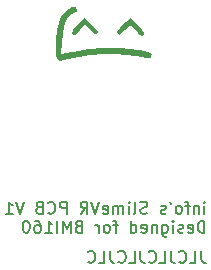
<source format=gbr>
%TF.GenerationSoftware,KiCad,Pcbnew,7.0.9*%
%TF.CreationDate,2024-01-03T14:20:43+09:00*%
%TF.ProjectId,SlimeVR_Tracker,536c696d-6556-4525-9f54-7261636b6572,rev?*%
%TF.SameCoordinates,Original*%
%TF.FileFunction,Legend,Bot*%
%TF.FilePolarity,Positive*%
%FSLAX46Y46*%
G04 Gerber Fmt 4.6, Leading zero omitted, Abs format (unit mm)*
G04 Created by KiCad (PCBNEW 7.0.9) date 2024-01-03 14:20:43*
%MOMM*%
%LPD*%
G01*
G04 APERTURE LIST*
%ADD10C,0.153000*%
%ADD11C,0.150000*%
G04 APERTURE END LIST*
D10*
X132725533Y-76974663D02*
X132725533Y-77688948D01*
X132725533Y-77688948D02*
X132773152Y-77831805D01*
X132773152Y-77831805D02*
X132868390Y-77927044D01*
X132868390Y-77927044D02*
X133011247Y-77974663D01*
X133011247Y-77974663D02*
X133106485Y-77974663D01*
X131773152Y-77974663D02*
X132249342Y-77974663D01*
X132249342Y-77974663D02*
X132249342Y-76974663D01*
X130868390Y-77879424D02*
X130916009Y-77927044D01*
X130916009Y-77927044D02*
X131058866Y-77974663D01*
X131058866Y-77974663D02*
X131154104Y-77974663D01*
X131154104Y-77974663D02*
X131296961Y-77927044D01*
X131296961Y-77927044D02*
X131392199Y-77831805D01*
X131392199Y-77831805D02*
X131439818Y-77736567D01*
X131439818Y-77736567D02*
X131487437Y-77546091D01*
X131487437Y-77546091D02*
X131487437Y-77403234D01*
X131487437Y-77403234D02*
X131439818Y-77212758D01*
X131439818Y-77212758D02*
X131392199Y-77117520D01*
X131392199Y-77117520D02*
X131296961Y-77022282D01*
X131296961Y-77022282D02*
X131154104Y-76974663D01*
X131154104Y-76974663D02*
X131058866Y-76974663D01*
X131058866Y-76974663D02*
X130916009Y-77022282D01*
X130916009Y-77022282D02*
X130868390Y-77069901D01*
X130154104Y-76974663D02*
X130154104Y-77688948D01*
X130154104Y-77688948D02*
X130201723Y-77831805D01*
X130201723Y-77831805D02*
X130296961Y-77927044D01*
X130296961Y-77927044D02*
X130439818Y-77974663D01*
X130439818Y-77974663D02*
X130535056Y-77974663D01*
X129201723Y-77974663D02*
X129677913Y-77974663D01*
X129677913Y-77974663D02*
X129677913Y-76974663D01*
X128296961Y-77879424D02*
X128344580Y-77927044D01*
X128344580Y-77927044D02*
X128487437Y-77974663D01*
X128487437Y-77974663D02*
X128582675Y-77974663D01*
X128582675Y-77974663D02*
X128725532Y-77927044D01*
X128725532Y-77927044D02*
X128820770Y-77831805D01*
X128820770Y-77831805D02*
X128868389Y-77736567D01*
X128868389Y-77736567D02*
X128916008Y-77546091D01*
X128916008Y-77546091D02*
X128916008Y-77403234D01*
X128916008Y-77403234D02*
X128868389Y-77212758D01*
X128868389Y-77212758D02*
X128820770Y-77117520D01*
X128820770Y-77117520D02*
X128725532Y-77022282D01*
X128725532Y-77022282D02*
X128582675Y-76974663D01*
X128582675Y-76974663D02*
X128487437Y-76974663D01*
X128487437Y-76974663D02*
X128344580Y-77022282D01*
X128344580Y-77022282D02*
X128296961Y-77069901D01*
X127582675Y-76974663D02*
X127582675Y-77688948D01*
X127582675Y-77688948D02*
X127630294Y-77831805D01*
X127630294Y-77831805D02*
X127725532Y-77927044D01*
X127725532Y-77927044D02*
X127868389Y-77974663D01*
X127868389Y-77974663D02*
X127963627Y-77974663D01*
X126630294Y-77974663D02*
X127106484Y-77974663D01*
X127106484Y-77974663D02*
X127106484Y-76974663D01*
X125725532Y-77879424D02*
X125773151Y-77927044D01*
X125773151Y-77927044D02*
X125916008Y-77974663D01*
X125916008Y-77974663D02*
X126011246Y-77974663D01*
X126011246Y-77974663D02*
X126154103Y-77927044D01*
X126154103Y-77927044D02*
X126249341Y-77831805D01*
X126249341Y-77831805D02*
X126296960Y-77736567D01*
X126296960Y-77736567D02*
X126344579Y-77546091D01*
X126344579Y-77546091D02*
X126344579Y-77403234D01*
X126344579Y-77403234D02*
X126296960Y-77212758D01*
X126296960Y-77212758D02*
X126249341Y-77117520D01*
X126249341Y-77117520D02*
X126154103Y-77022282D01*
X126154103Y-77022282D02*
X126011246Y-76974663D01*
X126011246Y-76974663D02*
X125916008Y-76974663D01*
X125916008Y-76974663D02*
X125773151Y-77022282D01*
X125773151Y-77022282D02*
X125725532Y-77069901D01*
X125011246Y-76974663D02*
X125011246Y-77688948D01*
X125011246Y-77688948D02*
X125058865Y-77831805D01*
X125058865Y-77831805D02*
X125154103Y-77927044D01*
X125154103Y-77927044D02*
X125296960Y-77974663D01*
X125296960Y-77974663D02*
X125392198Y-77974663D01*
X124058865Y-77974663D02*
X124535055Y-77974663D01*
X124535055Y-77974663D02*
X124535055Y-76974663D01*
X123154103Y-77879424D02*
X123201722Y-77927044D01*
X123201722Y-77927044D02*
X123344579Y-77974663D01*
X123344579Y-77974663D02*
X123439817Y-77974663D01*
X123439817Y-77974663D02*
X123582674Y-77927044D01*
X123582674Y-77927044D02*
X123677912Y-77831805D01*
X123677912Y-77831805D02*
X123725531Y-77736567D01*
X123725531Y-77736567D02*
X123773150Y-77546091D01*
X123773150Y-77546091D02*
X123773150Y-77403234D01*
X123773150Y-77403234D02*
X123725531Y-77212758D01*
X123725531Y-77212758D02*
X123677912Y-77117520D01*
X123677912Y-77117520D02*
X123582674Y-77022282D01*
X123582674Y-77022282D02*
X123439817Y-76974663D01*
X123439817Y-76974663D02*
X123344579Y-76974663D01*
X123344579Y-76974663D02*
X123201722Y-77022282D01*
X123201722Y-77022282D02*
X123154103Y-77069901D01*
D11*
X133013220Y-73824819D02*
X133013220Y-73158152D01*
X133013220Y-72824819D02*
X133060839Y-72872438D01*
X133060839Y-72872438D02*
X133013220Y-72920057D01*
X133013220Y-72920057D02*
X132965601Y-72872438D01*
X132965601Y-72872438D02*
X133013220Y-72824819D01*
X133013220Y-72824819D02*
X133013220Y-72920057D01*
X132537030Y-73158152D02*
X132537030Y-73824819D01*
X132537030Y-73253390D02*
X132489411Y-73205771D01*
X132489411Y-73205771D02*
X132394173Y-73158152D01*
X132394173Y-73158152D02*
X132251316Y-73158152D01*
X132251316Y-73158152D02*
X132156078Y-73205771D01*
X132156078Y-73205771D02*
X132108459Y-73301009D01*
X132108459Y-73301009D02*
X132108459Y-73824819D01*
X131775125Y-73158152D02*
X131394173Y-73158152D01*
X131632268Y-73824819D02*
X131632268Y-72967676D01*
X131632268Y-72967676D02*
X131584649Y-72872438D01*
X131584649Y-72872438D02*
X131489411Y-72824819D01*
X131489411Y-72824819D02*
X131394173Y-72824819D01*
X130917982Y-73824819D02*
X131013220Y-73777200D01*
X131013220Y-73777200D02*
X131060839Y-73729580D01*
X131060839Y-73729580D02*
X131108458Y-73634342D01*
X131108458Y-73634342D02*
X131108458Y-73348628D01*
X131108458Y-73348628D02*
X131060839Y-73253390D01*
X131060839Y-73253390D02*
X131013220Y-73205771D01*
X131013220Y-73205771D02*
X130917982Y-73158152D01*
X130917982Y-73158152D02*
X130775125Y-73158152D01*
X130775125Y-73158152D02*
X130679887Y-73205771D01*
X130679887Y-73205771D02*
X130632268Y-73253390D01*
X130632268Y-73253390D02*
X130584649Y-73348628D01*
X130584649Y-73348628D02*
X130584649Y-73634342D01*
X130584649Y-73634342D02*
X130632268Y-73729580D01*
X130632268Y-73729580D02*
X130679887Y-73777200D01*
X130679887Y-73777200D02*
X130775125Y-73824819D01*
X130775125Y-73824819D02*
X130917982Y-73824819D01*
X130108458Y-72824819D02*
X130203696Y-73015295D01*
X129727506Y-73777200D02*
X129632268Y-73824819D01*
X129632268Y-73824819D02*
X129441792Y-73824819D01*
X129441792Y-73824819D02*
X129346554Y-73777200D01*
X129346554Y-73777200D02*
X129298935Y-73681961D01*
X129298935Y-73681961D02*
X129298935Y-73634342D01*
X129298935Y-73634342D02*
X129346554Y-73539104D01*
X129346554Y-73539104D02*
X129441792Y-73491485D01*
X129441792Y-73491485D02*
X129584649Y-73491485D01*
X129584649Y-73491485D02*
X129679887Y-73443866D01*
X129679887Y-73443866D02*
X129727506Y-73348628D01*
X129727506Y-73348628D02*
X129727506Y-73301009D01*
X129727506Y-73301009D02*
X129679887Y-73205771D01*
X129679887Y-73205771D02*
X129584649Y-73158152D01*
X129584649Y-73158152D02*
X129441792Y-73158152D01*
X129441792Y-73158152D02*
X129346554Y-73205771D01*
X128156077Y-73777200D02*
X128013220Y-73824819D01*
X128013220Y-73824819D02*
X127775125Y-73824819D01*
X127775125Y-73824819D02*
X127679887Y-73777200D01*
X127679887Y-73777200D02*
X127632268Y-73729580D01*
X127632268Y-73729580D02*
X127584649Y-73634342D01*
X127584649Y-73634342D02*
X127584649Y-73539104D01*
X127584649Y-73539104D02*
X127632268Y-73443866D01*
X127632268Y-73443866D02*
X127679887Y-73396247D01*
X127679887Y-73396247D02*
X127775125Y-73348628D01*
X127775125Y-73348628D02*
X127965601Y-73301009D01*
X127965601Y-73301009D02*
X128060839Y-73253390D01*
X128060839Y-73253390D02*
X128108458Y-73205771D01*
X128108458Y-73205771D02*
X128156077Y-73110533D01*
X128156077Y-73110533D02*
X128156077Y-73015295D01*
X128156077Y-73015295D02*
X128108458Y-72920057D01*
X128108458Y-72920057D02*
X128060839Y-72872438D01*
X128060839Y-72872438D02*
X127965601Y-72824819D01*
X127965601Y-72824819D02*
X127727506Y-72824819D01*
X127727506Y-72824819D02*
X127584649Y-72872438D01*
X127013220Y-73824819D02*
X127108458Y-73777200D01*
X127108458Y-73777200D02*
X127156077Y-73681961D01*
X127156077Y-73681961D02*
X127156077Y-72824819D01*
X126632267Y-73824819D02*
X126632267Y-73158152D01*
X126632267Y-72824819D02*
X126679886Y-72872438D01*
X126679886Y-72872438D02*
X126632267Y-72920057D01*
X126632267Y-72920057D02*
X126584648Y-72872438D01*
X126584648Y-72872438D02*
X126632267Y-72824819D01*
X126632267Y-72824819D02*
X126632267Y-72920057D01*
X126156077Y-73824819D02*
X126156077Y-73158152D01*
X126156077Y-73253390D02*
X126108458Y-73205771D01*
X126108458Y-73205771D02*
X126013220Y-73158152D01*
X126013220Y-73158152D02*
X125870363Y-73158152D01*
X125870363Y-73158152D02*
X125775125Y-73205771D01*
X125775125Y-73205771D02*
X125727506Y-73301009D01*
X125727506Y-73301009D02*
X125727506Y-73824819D01*
X125727506Y-73301009D02*
X125679887Y-73205771D01*
X125679887Y-73205771D02*
X125584649Y-73158152D01*
X125584649Y-73158152D02*
X125441792Y-73158152D01*
X125441792Y-73158152D02*
X125346553Y-73205771D01*
X125346553Y-73205771D02*
X125298934Y-73301009D01*
X125298934Y-73301009D02*
X125298934Y-73824819D01*
X124441792Y-73777200D02*
X124537030Y-73824819D01*
X124537030Y-73824819D02*
X124727506Y-73824819D01*
X124727506Y-73824819D02*
X124822744Y-73777200D01*
X124822744Y-73777200D02*
X124870363Y-73681961D01*
X124870363Y-73681961D02*
X124870363Y-73301009D01*
X124870363Y-73301009D02*
X124822744Y-73205771D01*
X124822744Y-73205771D02*
X124727506Y-73158152D01*
X124727506Y-73158152D02*
X124537030Y-73158152D01*
X124537030Y-73158152D02*
X124441792Y-73205771D01*
X124441792Y-73205771D02*
X124394173Y-73301009D01*
X124394173Y-73301009D02*
X124394173Y-73396247D01*
X124394173Y-73396247D02*
X124870363Y-73491485D01*
X124108458Y-72824819D02*
X123775125Y-73824819D01*
X123775125Y-73824819D02*
X123441792Y-72824819D01*
X122537030Y-73824819D02*
X122870363Y-73348628D01*
X123108458Y-73824819D02*
X123108458Y-72824819D01*
X123108458Y-72824819D02*
X122727506Y-72824819D01*
X122727506Y-72824819D02*
X122632268Y-72872438D01*
X122632268Y-72872438D02*
X122584649Y-72920057D01*
X122584649Y-72920057D02*
X122537030Y-73015295D01*
X122537030Y-73015295D02*
X122537030Y-73158152D01*
X122537030Y-73158152D02*
X122584649Y-73253390D01*
X122584649Y-73253390D02*
X122632268Y-73301009D01*
X122632268Y-73301009D02*
X122727506Y-73348628D01*
X122727506Y-73348628D02*
X123108458Y-73348628D01*
X121346553Y-73824819D02*
X121346553Y-72824819D01*
X121346553Y-72824819D02*
X120965601Y-72824819D01*
X120965601Y-72824819D02*
X120870363Y-72872438D01*
X120870363Y-72872438D02*
X120822744Y-72920057D01*
X120822744Y-72920057D02*
X120775125Y-73015295D01*
X120775125Y-73015295D02*
X120775125Y-73158152D01*
X120775125Y-73158152D02*
X120822744Y-73253390D01*
X120822744Y-73253390D02*
X120870363Y-73301009D01*
X120870363Y-73301009D02*
X120965601Y-73348628D01*
X120965601Y-73348628D02*
X121346553Y-73348628D01*
X119775125Y-73729580D02*
X119822744Y-73777200D01*
X119822744Y-73777200D02*
X119965601Y-73824819D01*
X119965601Y-73824819D02*
X120060839Y-73824819D01*
X120060839Y-73824819D02*
X120203696Y-73777200D01*
X120203696Y-73777200D02*
X120298934Y-73681961D01*
X120298934Y-73681961D02*
X120346553Y-73586723D01*
X120346553Y-73586723D02*
X120394172Y-73396247D01*
X120394172Y-73396247D02*
X120394172Y-73253390D01*
X120394172Y-73253390D02*
X120346553Y-73062914D01*
X120346553Y-73062914D02*
X120298934Y-72967676D01*
X120298934Y-72967676D02*
X120203696Y-72872438D01*
X120203696Y-72872438D02*
X120060839Y-72824819D01*
X120060839Y-72824819D02*
X119965601Y-72824819D01*
X119965601Y-72824819D02*
X119822744Y-72872438D01*
X119822744Y-72872438D02*
X119775125Y-72920057D01*
X119013220Y-73301009D02*
X118870363Y-73348628D01*
X118870363Y-73348628D02*
X118822744Y-73396247D01*
X118822744Y-73396247D02*
X118775125Y-73491485D01*
X118775125Y-73491485D02*
X118775125Y-73634342D01*
X118775125Y-73634342D02*
X118822744Y-73729580D01*
X118822744Y-73729580D02*
X118870363Y-73777200D01*
X118870363Y-73777200D02*
X118965601Y-73824819D01*
X118965601Y-73824819D02*
X119346553Y-73824819D01*
X119346553Y-73824819D02*
X119346553Y-72824819D01*
X119346553Y-72824819D02*
X119013220Y-72824819D01*
X119013220Y-72824819D02*
X118917982Y-72872438D01*
X118917982Y-72872438D02*
X118870363Y-72920057D01*
X118870363Y-72920057D02*
X118822744Y-73015295D01*
X118822744Y-73015295D02*
X118822744Y-73110533D01*
X118822744Y-73110533D02*
X118870363Y-73205771D01*
X118870363Y-73205771D02*
X118917982Y-73253390D01*
X118917982Y-73253390D02*
X119013220Y-73301009D01*
X119013220Y-73301009D02*
X119346553Y-73301009D01*
X117727505Y-72824819D02*
X117394172Y-73824819D01*
X117394172Y-73824819D02*
X117060839Y-72824819D01*
X116203696Y-73824819D02*
X116775124Y-73824819D01*
X116489410Y-73824819D02*
X116489410Y-72824819D01*
X116489410Y-72824819D02*
X116584648Y-72967676D01*
X116584648Y-72967676D02*
X116679886Y-73062914D01*
X116679886Y-73062914D02*
X116775124Y-73110533D01*
X133013220Y-75434819D02*
X133013220Y-74434819D01*
X133013220Y-74434819D02*
X132775125Y-74434819D01*
X132775125Y-74434819D02*
X132632268Y-74482438D01*
X132632268Y-74482438D02*
X132537030Y-74577676D01*
X132537030Y-74577676D02*
X132489411Y-74672914D01*
X132489411Y-74672914D02*
X132441792Y-74863390D01*
X132441792Y-74863390D02*
X132441792Y-75006247D01*
X132441792Y-75006247D02*
X132489411Y-75196723D01*
X132489411Y-75196723D02*
X132537030Y-75291961D01*
X132537030Y-75291961D02*
X132632268Y-75387200D01*
X132632268Y-75387200D02*
X132775125Y-75434819D01*
X132775125Y-75434819D02*
X133013220Y-75434819D01*
X131632268Y-75387200D02*
X131727506Y-75434819D01*
X131727506Y-75434819D02*
X131917982Y-75434819D01*
X131917982Y-75434819D02*
X132013220Y-75387200D01*
X132013220Y-75387200D02*
X132060839Y-75291961D01*
X132060839Y-75291961D02*
X132060839Y-74911009D01*
X132060839Y-74911009D02*
X132013220Y-74815771D01*
X132013220Y-74815771D02*
X131917982Y-74768152D01*
X131917982Y-74768152D02*
X131727506Y-74768152D01*
X131727506Y-74768152D02*
X131632268Y-74815771D01*
X131632268Y-74815771D02*
X131584649Y-74911009D01*
X131584649Y-74911009D02*
X131584649Y-75006247D01*
X131584649Y-75006247D02*
X132060839Y-75101485D01*
X131203696Y-75387200D02*
X131108458Y-75434819D01*
X131108458Y-75434819D02*
X130917982Y-75434819D01*
X130917982Y-75434819D02*
X130822744Y-75387200D01*
X130822744Y-75387200D02*
X130775125Y-75291961D01*
X130775125Y-75291961D02*
X130775125Y-75244342D01*
X130775125Y-75244342D02*
X130822744Y-75149104D01*
X130822744Y-75149104D02*
X130917982Y-75101485D01*
X130917982Y-75101485D02*
X131060839Y-75101485D01*
X131060839Y-75101485D02*
X131156077Y-75053866D01*
X131156077Y-75053866D02*
X131203696Y-74958628D01*
X131203696Y-74958628D02*
X131203696Y-74911009D01*
X131203696Y-74911009D02*
X131156077Y-74815771D01*
X131156077Y-74815771D02*
X131060839Y-74768152D01*
X131060839Y-74768152D02*
X130917982Y-74768152D01*
X130917982Y-74768152D02*
X130822744Y-74815771D01*
X130346553Y-75434819D02*
X130346553Y-74768152D01*
X130346553Y-74434819D02*
X130394172Y-74482438D01*
X130394172Y-74482438D02*
X130346553Y-74530057D01*
X130346553Y-74530057D02*
X130298934Y-74482438D01*
X130298934Y-74482438D02*
X130346553Y-74434819D01*
X130346553Y-74434819D02*
X130346553Y-74530057D01*
X129441792Y-74768152D02*
X129441792Y-75577676D01*
X129441792Y-75577676D02*
X129489411Y-75672914D01*
X129489411Y-75672914D02*
X129537030Y-75720533D01*
X129537030Y-75720533D02*
X129632268Y-75768152D01*
X129632268Y-75768152D02*
X129775125Y-75768152D01*
X129775125Y-75768152D02*
X129870363Y-75720533D01*
X129441792Y-75387200D02*
X129537030Y-75434819D01*
X129537030Y-75434819D02*
X129727506Y-75434819D01*
X129727506Y-75434819D02*
X129822744Y-75387200D01*
X129822744Y-75387200D02*
X129870363Y-75339580D01*
X129870363Y-75339580D02*
X129917982Y-75244342D01*
X129917982Y-75244342D02*
X129917982Y-74958628D01*
X129917982Y-74958628D02*
X129870363Y-74863390D01*
X129870363Y-74863390D02*
X129822744Y-74815771D01*
X129822744Y-74815771D02*
X129727506Y-74768152D01*
X129727506Y-74768152D02*
X129537030Y-74768152D01*
X129537030Y-74768152D02*
X129441792Y-74815771D01*
X128965601Y-74768152D02*
X128965601Y-75434819D01*
X128965601Y-74863390D02*
X128917982Y-74815771D01*
X128917982Y-74815771D02*
X128822744Y-74768152D01*
X128822744Y-74768152D02*
X128679887Y-74768152D01*
X128679887Y-74768152D02*
X128584649Y-74815771D01*
X128584649Y-74815771D02*
X128537030Y-74911009D01*
X128537030Y-74911009D02*
X128537030Y-75434819D01*
X127679887Y-75387200D02*
X127775125Y-75434819D01*
X127775125Y-75434819D02*
X127965601Y-75434819D01*
X127965601Y-75434819D02*
X128060839Y-75387200D01*
X128060839Y-75387200D02*
X128108458Y-75291961D01*
X128108458Y-75291961D02*
X128108458Y-74911009D01*
X128108458Y-74911009D02*
X128060839Y-74815771D01*
X128060839Y-74815771D02*
X127965601Y-74768152D01*
X127965601Y-74768152D02*
X127775125Y-74768152D01*
X127775125Y-74768152D02*
X127679887Y-74815771D01*
X127679887Y-74815771D02*
X127632268Y-74911009D01*
X127632268Y-74911009D02*
X127632268Y-75006247D01*
X127632268Y-75006247D02*
X128108458Y-75101485D01*
X126775125Y-75434819D02*
X126775125Y-74434819D01*
X126775125Y-75387200D02*
X126870363Y-75434819D01*
X126870363Y-75434819D02*
X127060839Y-75434819D01*
X127060839Y-75434819D02*
X127156077Y-75387200D01*
X127156077Y-75387200D02*
X127203696Y-75339580D01*
X127203696Y-75339580D02*
X127251315Y-75244342D01*
X127251315Y-75244342D02*
X127251315Y-74958628D01*
X127251315Y-74958628D02*
X127203696Y-74863390D01*
X127203696Y-74863390D02*
X127156077Y-74815771D01*
X127156077Y-74815771D02*
X127060839Y-74768152D01*
X127060839Y-74768152D02*
X126870363Y-74768152D01*
X126870363Y-74768152D02*
X126775125Y-74815771D01*
X125679886Y-74768152D02*
X125298934Y-74768152D01*
X125537029Y-75434819D02*
X125537029Y-74577676D01*
X125537029Y-74577676D02*
X125489410Y-74482438D01*
X125489410Y-74482438D02*
X125394172Y-74434819D01*
X125394172Y-74434819D02*
X125298934Y-74434819D01*
X124822743Y-75434819D02*
X124917981Y-75387200D01*
X124917981Y-75387200D02*
X124965600Y-75339580D01*
X124965600Y-75339580D02*
X125013219Y-75244342D01*
X125013219Y-75244342D02*
X125013219Y-74958628D01*
X125013219Y-74958628D02*
X124965600Y-74863390D01*
X124965600Y-74863390D02*
X124917981Y-74815771D01*
X124917981Y-74815771D02*
X124822743Y-74768152D01*
X124822743Y-74768152D02*
X124679886Y-74768152D01*
X124679886Y-74768152D02*
X124584648Y-74815771D01*
X124584648Y-74815771D02*
X124537029Y-74863390D01*
X124537029Y-74863390D02*
X124489410Y-74958628D01*
X124489410Y-74958628D02*
X124489410Y-75244342D01*
X124489410Y-75244342D02*
X124537029Y-75339580D01*
X124537029Y-75339580D02*
X124584648Y-75387200D01*
X124584648Y-75387200D02*
X124679886Y-75434819D01*
X124679886Y-75434819D02*
X124822743Y-75434819D01*
X124060838Y-75434819D02*
X124060838Y-74768152D01*
X124060838Y-74958628D02*
X124013219Y-74863390D01*
X124013219Y-74863390D02*
X123965600Y-74815771D01*
X123965600Y-74815771D02*
X123870362Y-74768152D01*
X123870362Y-74768152D02*
X123775124Y-74768152D01*
X122346552Y-74911009D02*
X122203695Y-74958628D01*
X122203695Y-74958628D02*
X122156076Y-75006247D01*
X122156076Y-75006247D02*
X122108457Y-75101485D01*
X122108457Y-75101485D02*
X122108457Y-75244342D01*
X122108457Y-75244342D02*
X122156076Y-75339580D01*
X122156076Y-75339580D02*
X122203695Y-75387200D01*
X122203695Y-75387200D02*
X122298933Y-75434819D01*
X122298933Y-75434819D02*
X122679885Y-75434819D01*
X122679885Y-75434819D02*
X122679885Y-74434819D01*
X122679885Y-74434819D02*
X122346552Y-74434819D01*
X122346552Y-74434819D02*
X122251314Y-74482438D01*
X122251314Y-74482438D02*
X122203695Y-74530057D01*
X122203695Y-74530057D02*
X122156076Y-74625295D01*
X122156076Y-74625295D02*
X122156076Y-74720533D01*
X122156076Y-74720533D02*
X122203695Y-74815771D01*
X122203695Y-74815771D02*
X122251314Y-74863390D01*
X122251314Y-74863390D02*
X122346552Y-74911009D01*
X122346552Y-74911009D02*
X122679885Y-74911009D01*
X121679885Y-75434819D02*
X121679885Y-74434819D01*
X121679885Y-74434819D02*
X121346552Y-75149104D01*
X121346552Y-75149104D02*
X121013219Y-74434819D01*
X121013219Y-74434819D02*
X121013219Y-75434819D01*
X120537028Y-75434819D02*
X120537028Y-74434819D01*
X119537029Y-75434819D02*
X120108457Y-75434819D01*
X119822743Y-75434819D02*
X119822743Y-74434819D01*
X119822743Y-74434819D02*
X119917981Y-74577676D01*
X119917981Y-74577676D02*
X120013219Y-74672914D01*
X120013219Y-74672914D02*
X120108457Y-74720533D01*
X118679886Y-74434819D02*
X118870362Y-74434819D01*
X118870362Y-74434819D02*
X118965600Y-74482438D01*
X118965600Y-74482438D02*
X119013219Y-74530057D01*
X119013219Y-74530057D02*
X119108457Y-74672914D01*
X119108457Y-74672914D02*
X119156076Y-74863390D01*
X119156076Y-74863390D02*
X119156076Y-75244342D01*
X119156076Y-75244342D02*
X119108457Y-75339580D01*
X119108457Y-75339580D02*
X119060838Y-75387200D01*
X119060838Y-75387200D02*
X118965600Y-75434819D01*
X118965600Y-75434819D02*
X118775124Y-75434819D01*
X118775124Y-75434819D02*
X118679886Y-75387200D01*
X118679886Y-75387200D02*
X118632267Y-75339580D01*
X118632267Y-75339580D02*
X118584648Y-75244342D01*
X118584648Y-75244342D02*
X118584648Y-75006247D01*
X118584648Y-75006247D02*
X118632267Y-74911009D01*
X118632267Y-74911009D02*
X118679886Y-74863390D01*
X118679886Y-74863390D02*
X118775124Y-74815771D01*
X118775124Y-74815771D02*
X118965600Y-74815771D01*
X118965600Y-74815771D02*
X119060838Y-74863390D01*
X119060838Y-74863390D02*
X119108457Y-74911009D01*
X119108457Y-74911009D02*
X119156076Y-75006247D01*
X117965600Y-74434819D02*
X117870362Y-74434819D01*
X117870362Y-74434819D02*
X117775124Y-74482438D01*
X117775124Y-74482438D02*
X117727505Y-74530057D01*
X117727505Y-74530057D02*
X117679886Y-74625295D01*
X117679886Y-74625295D02*
X117632267Y-74815771D01*
X117632267Y-74815771D02*
X117632267Y-75053866D01*
X117632267Y-75053866D02*
X117679886Y-75244342D01*
X117679886Y-75244342D02*
X117727505Y-75339580D01*
X117727505Y-75339580D02*
X117775124Y-75387200D01*
X117775124Y-75387200D02*
X117870362Y-75434819D01*
X117870362Y-75434819D02*
X117965600Y-75434819D01*
X117965600Y-75434819D02*
X118060838Y-75387200D01*
X118060838Y-75387200D02*
X118108457Y-75339580D01*
X118108457Y-75339580D02*
X118156076Y-75244342D01*
X118156076Y-75244342D02*
X118203695Y-75053866D01*
X118203695Y-75053866D02*
X118203695Y-74815771D01*
X118203695Y-74815771D02*
X118156076Y-74625295D01*
X118156076Y-74625295D02*
X118108457Y-74530057D01*
X118108457Y-74530057D02*
X118060838Y-74482438D01*
X118060838Y-74482438D02*
X117965600Y-74434819D01*
%TO.C,G\u002A\u002A\u002A*%
G36*
X123119184Y-57486929D02*
G01*
X123234645Y-57583507D01*
X123502311Y-57825801D01*
X123756824Y-58075302D01*
X123927878Y-58257619D01*
X124019548Y-58386644D01*
X124020642Y-58475721D01*
X123947257Y-58566362D01*
X123902639Y-58607586D01*
X123824266Y-58641816D01*
X123725723Y-58605169D01*
X123574375Y-58480811D01*
X123337585Y-58251911D01*
X122872635Y-57792737D01*
X122438428Y-58279906D01*
X122305152Y-58428246D01*
X122130850Y-58608739D01*
X122017767Y-58689518D01*
X121934252Y-58689172D01*
X121848654Y-58626289D01*
X121831273Y-58610256D01*
X121776069Y-58540500D01*
X121775782Y-58459305D01*
X121845460Y-58338483D01*
X122000148Y-58149844D01*
X122254894Y-57865198D01*
X122816702Y-57244893D01*
X123119184Y-57486929D01*
G37*
G36*
X126824667Y-57280979D02*
G01*
X126949428Y-57416167D01*
X127148203Y-57628264D01*
X127395092Y-57889538D01*
X127550573Y-58055245D01*
X127758989Y-58291098D01*
X127870526Y-58448524D01*
X127901518Y-58553092D01*
X127868295Y-58630371D01*
X127799186Y-58702144D01*
X127705241Y-58759334D01*
X127697168Y-58756934D01*
X127595606Y-58679979D01*
X127416211Y-58516525D01*
X127191887Y-58296253D01*
X126734559Y-57833173D01*
X126289681Y-58253920D01*
X126265987Y-58276250D01*
X126043787Y-58477826D01*
X125871806Y-58620515D01*
X125785569Y-58674667D01*
X125734791Y-58650784D01*
X125626154Y-58537663D01*
X125602611Y-58493224D01*
X125609259Y-58403055D01*
X125691169Y-58275227D01*
X125865919Y-58085337D01*
X126151088Y-57808986D01*
X126340551Y-57631926D01*
X126569885Y-57424819D01*
X126730395Y-57288963D01*
X126795531Y-57247490D01*
X126824667Y-57280979D01*
G37*
G36*
X122144891Y-56362414D02*
G01*
X122194000Y-56551273D01*
X122189127Y-56648228D01*
X122123811Y-56784554D01*
X121941032Y-56854107D01*
X121811709Y-56898878D01*
X121544434Y-57115793D01*
X121320840Y-57484297D01*
X121144534Y-57995123D01*
X121019118Y-58639005D01*
X120948199Y-59406675D01*
X120899705Y-60350349D01*
X121719705Y-60152111D01*
X121881629Y-60114280D01*
X123168104Y-59897435D01*
X124540108Y-59804563D01*
X125970500Y-59836416D01*
X127432136Y-59993745D01*
X127541672Y-60010215D01*
X127962142Y-60075938D01*
X128246046Y-60130085D01*
X128418972Y-60183048D01*
X128506508Y-60245221D01*
X128534240Y-60326997D01*
X128527756Y-60438768D01*
X128516068Y-60526112D01*
X128487476Y-60596986D01*
X128418542Y-60635984D01*
X128283881Y-60644212D01*
X128058105Y-60622781D01*
X127715829Y-60572799D01*
X127231666Y-60495374D01*
X126485083Y-60400791D01*
X125449452Y-60338968D01*
X124383233Y-60344264D01*
X123333755Y-60414647D01*
X122348345Y-60548084D01*
X121474333Y-60742545D01*
X121104637Y-60836270D01*
X120820386Y-60871516D01*
X120624706Y-60825850D01*
X120503194Y-60681751D01*
X120441450Y-60421697D01*
X120425072Y-60028166D01*
X120439659Y-59483635D01*
X120460891Y-59094821D01*
X120550145Y-58297453D01*
X120697825Y-57646837D01*
X120907464Y-57133207D01*
X121182591Y-56746798D01*
X121526740Y-56477845D01*
X121740125Y-56370650D01*
X121994921Y-56302352D01*
X122144891Y-56362414D01*
G37*
%TD*%
M02*

</source>
